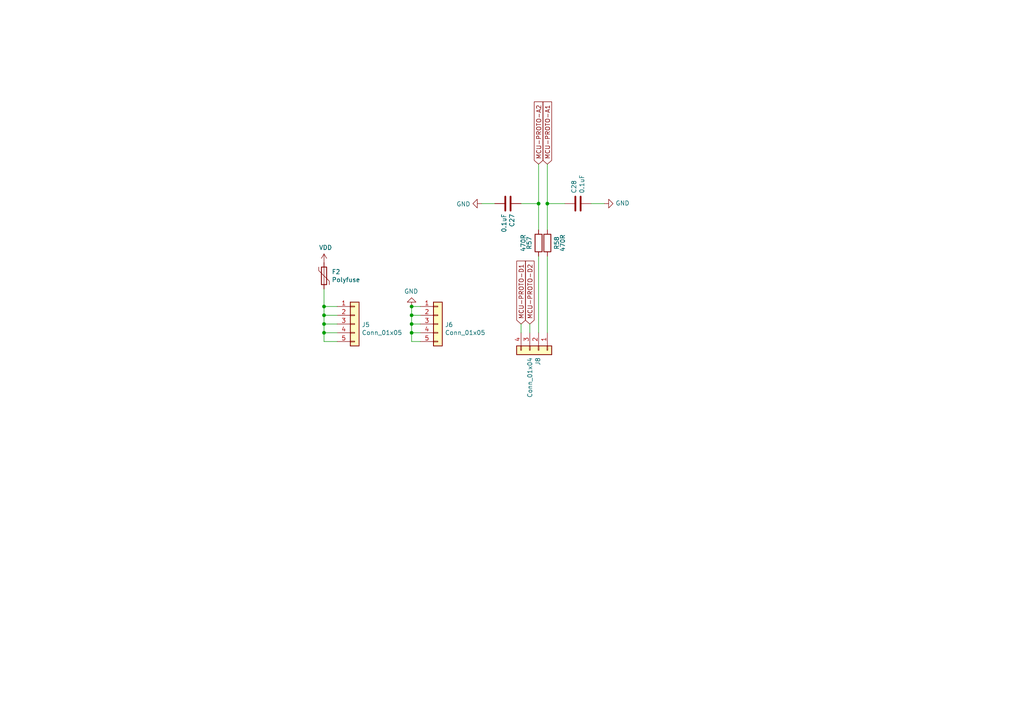
<source format=kicad_sch>
(kicad_sch (version 20211123) (generator eeschema)
  (paper "A4")
  (title_block (title "Speeduino board for Teensy 4.1") (date "2023-01-02") (rev "5") (company "Fontys Eindhoven EXPO group 13 || Speeduino") (comment 1 "Adapted from Speeduino V0.4.4c board"))
  (lib_symbols
    (symbol "Connector_Generic:Conn_01x04" (pin_names (offset 1.016) hide)
      (property "Reference" "J" (at 0 5.08 0))
      (property "Value" "Conn_01x04" (at 0 -7.62 0))
      (symbol "Conn_01x04_1_1"
        (rectangle (start -1.27 -4.953) (end 0 -5.207) (stroke (width 0.1524)))
        (rectangle (start -1.27 -2.413) (end 0 -2.667) (stroke (width 0.1524)))
        (rectangle (start -1.27 0.127) (end 0 -0.127) (stroke (width 0.1524)))
        (rectangle (start -1.27 2.667) (end 0 2.413) (stroke (width 0.1524)))
        (rectangle (start -1.27 3.81) (end 1.27 -6.35) (stroke (width 0.254)) (fill (type background)))
        (pin passive line (at -5.08 2.54 0) (length 3.81) (name "Pin_1") (number "1"))
        (pin passive line (at -5.08 0 0) (length 3.81) (name "Pin_2") (number "2"))
        (pin passive line (at -5.08 -2.54 0) (length 3.81) (name "Pin_3") (number "3"))
        (pin passive line (at -5.08 -5.08 0) (length 3.81) (name "Pin_4") (number "4"))
      )
    )
    (symbol "Connector_Generic:Conn_01x05" (pin_names (offset 1.016) hide)
      (property "Reference" "J" (at 0 7.62 0))
      (property "Value" "Conn_01x05" (at 0 -7.62 0))
      (symbol "Conn_01x05_1_1"
        (rectangle (start -1.27 -4.953) (end 0 -5.207) (stroke (width 0.1524)))
        (rectangle (start -1.27 -2.413) (end 0 -2.667) (stroke (width 0.1524)))
        (rectangle (start -1.27 0.127) (end 0 -0.127) (stroke (width 0.1524)))
        (rectangle (start -1.27 2.667) (end 0 2.413) (stroke (width 0.1524)))
        (rectangle (start -1.27 5.207) (end 0 4.953) (stroke (width 0.1524)))
        (rectangle (start -1.27 6.35) (end 1.27 -6.35) (stroke (width 0.254)) (fill (type background)))
        (pin passive line (at -5.08 5.08 0) (length 3.81) (name "Pin_1") (number "1"))
        (pin passive line (at -5.08 2.54 0) (length 3.81) (name "Pin_2") (number "2"))
        (pin passive line (at -5.08 0 0) (length 3.81) (name "Pin_3") (number "3"))
        (pin passive line (at -5.08 -2.54 0) (length 3.81) (name "Pin_4") (number "4"))
        (pin passive line (at -5.08 -5.08 0) (length 3.81) (name "Pin_5") (number "5"))
      )
    )
    (symbol "Device:C" (pin_numbers hide) (pin_names (offset 0.254))
      (property "Reference" "C" (at 0.635 2.54 0))
      (property "Value" "C" (at 0.635 -2.54 0))
      (symbol "C_0_1"
        (polyline (pts (xy -2.032 -0.762) (xy 2.032 -0.762)) (stroke (width 0.508)))
        (polyline (pts (xy -2.032 0.762) (xy 2.032 0.762)) (stroke (width 0.508)))
      )
      (symbol "C_1_1"
        (pin passive line (at 0 3.81 270) (length 2.794) (name "~") (number "1"))
        (pin passive line (at 0 -3.81 90) (length 2.794) (name "~") (number "2"))
      )
    )
    (symbol "Device:Polyfuse" (pin_numbers hide) (pin_names (offset 0))
      (property "Reference" "F" (at -2.54 0 90))
      (property "Value" "Polyfuse" (at 2.54 0 90))
      (symbol "Polyfuse_0_1"
        (rectangle (start -0.762 2.54) (end 0.762 -2.54) (stroke (width 0.254)))
        (polyline (pts (xy 0 2.54) (xy 0 -2.54)))
        (polyline (pts (xy -1.524 2.54) (xy -1.524 1.524) (xy 1.524 -1.524) (xy 1.524 -2.54)))
      )
      (symbol "Polyfuse_1_1"
        (pin passive line (at 0 3.81 270) (length 1.27) (name "~") (number "1"))
        (pin passive line (at 0 -3.81 90) (length 1.27) (name "~") (number "2"))
      )
    )
    (symbol "Device:R" (pin_numbers hide) (pin_names (offset 0))
      (property "Reference" "R" (at 2.032 0 90))
      (property "Value" "R" (at 0 0 90))
      (symbol "R_0_1"
        (rectangle (start -1.016 -2.54) (end 1.016 2.54) (stroke (width 0.254)))
      )
      (symbol "R_1_1"
        (pin passive line (at 0 3.81 270) (length 1.27) (name "~") (number "1"))
        (pin passive line (at 0 -3.81 90) (length 1.27) (name "~") (number "2"))
      )
    )
    (symbol "power:GND" (power) (pin_names (offset 0))
      (property "Value" "GND" (at 0 -3.81 0))
      (symbol "GND_0_1"
        (polyline (pts (xy 0 0) (xy 0 -1.27) (xy 1.27 -1.27) (xy 0 -2.54) (xy -1.27 -1.27) (xy 0 -1.27)))
      )
      (symbol "GND_1_1"
        (pin power_in line (at 0 0 270) (length 0) hide (name "GND") (number "1"))
      )
    )
    (symbol "power:VDD" (power) (pin_names (offset 0))
      (property "Value" "VDD" (at 0 3.81 0))
      (symbol "VDD_0_1"
        (polyline (pts (xy -0.762 1.27) (xy 0 2.54)))
        (polyline (pts (xy 0 0) (xy 0 2.54)))
        (polyline (pts (xy 0 2.54) (xy 0.762 1.27)))
      )
      (symbol "VDD_1_1"
        (pin power_in line (at 0 0 90) (length 0) hide (name "VDD") (number "1"))
      )
    )
  )
  (junction (at 119.38 93.98))
  (junction (at 156.21 59.055))
  (junction (at 119.38 88.9))
  (junction (at 93.98 96.52))
  (junction (at 93.98 91.44))
  (junction (at 93.98 88.9))
  (junction (at 119.38 96.52))
  (junction (at 119.38 91.44))
  (junction (at 93.98 93.98))
  (junction (at 158.75 59.055))
  (wire (pts (xy 93.98 96.52) (xy 93.98 93.98)))
  (wire (pts (xy 97.79 99.06) (xy 93.98 99.06)))
  (wire (pts (xy 171.45 59.055) (xy 175.26 59.055)))
  (wire (pts (xy 156.21 59.055) (xy 156.21 66.675)))
  (wire (pts (xy 119.38 91.44) (xy 121.92 91.44)))
  (wire (pts (xy 151.13 59.055) (xy 156.21 59.055)))
  (wire (pts (xy 93.98 83.82) (xy 93.98 88.9)))
  (wire (pts (xy 156.21 47.625) (xy 156.21 59.055)))
  (wire (pts (xy 151.13 93.98) (xy 151.13 96.52)))
  (wire (pts (xy 119.38 96.52) (xy 119.38 99.06)))
  (wire (pts (xy 97.79 91.44) (xy 93.98 91.44)))
  (wire (pts (xy 119.38 93.98) (xy 121.92 93.98)))
  (wire (pts (xy 156.21 74.295) (xy 156.21 96.52)))
  (wire (pts (xy 119.38 88.9) (xy 119.38 91.44)))
  (wire (pts (xy 158.75 59.055) (xy 158.75 66.675)))
  (wire (pts (xy 93.98 96.52) (xy 93.98 99.06)))
  (wire (pts (xy 119.38 96.52) (xy 121.92 96.52)))
  (wire (pts (xy 158.75 74.295) (xy 158.75 96.52)))
  (wire (pts (xy 97.79 96.52) (xy 93.98 96.52)))
  (wire (pts (xy 143.51 59.055) (xy 139.7 59.055)))
  (wire (pts (xy 119.38 99.06) (xy 121.92 99.06)))
  (wire (pts (xy 93.98 88.9) (xy 93.98 91.44)))
  (wire (pts (xy 97.79 88.9) (xy 93.98 88.9)))
  (wire (pts (xy 158.75 47.625) (xy 158.75 59.055)))
  (wire (pts (xy 163.83 59.055) (xy 158.75 59.055)))
  (wire (pts (xy 119.38 88.9) (xy 121.92 88.9)))
  (wire (pts (xy 119.38 91.44) (xy 119.38 93.98)))
  (wire (pts (xy 119.38 93.98) (xy 119.38 96.52)))
  (wire (pts (xy 153.67 93.98) (xy 153.67 96.52)))
  (wire (pts (xy 93.98 91.44) (xy 93.98 93.98)))
  (wire (pts (xy 93.98 93.98) (xy 97.79 93.98)))
  (global_label "MCU-PROTO-A1" (shape input) (at 158.75 47.625 90) (property "Intersheet References" "${INTERSHEET_REFS}" (effects hide)))
  (global_label "MCU-PROTO-D1" (shape input) (at 151.13 93.98 90) (property "Intersheet References" "${INTERSHEET_REFS}" (effects hide)))
  (global_label "MCU-PROTO-D2" (shape input) (at 153.67 93.98 90) (property "Intersheet References" "${INTERSHEET_REFS}" (effects hide)))
  (global_label "MCU-PROTO-A2" (shape input) (at 156.21 47.625 90) (property "Intersheet References" "${INTERSHEET_REFS}" (effects hide)))
  (symbol (lib_id "Connector_Generic:Conn_01x05") (at 102.87 93.98 0) (unit 1)
    (property "Reference" "J5" (at 104.902 94.1832 0) (effects (justify left)))
    (property "Value" "Conn_01x05" (at 104.902 96.4946 0) (effects (justify left)))
    (property "Footprint" "Connector_PinHeader_2.54mm:PinHeader_1x05_P2.54mm_Vertical" (effects hide))
  )
  (symbol (lib_id "Connector_Generic:Conn_01x05") (at 127 93.98 0) (unit 1)
    (property "Reference" "J6" (at 129.032 94.1832 0) (effects (justify left)))
    (property "Value" "Conn_01x05" (at 129.032 96.4946 0) (effects (justify left)))
    (property "Footprint" "Connector_PinHeader_2.54mm:PinHeader_1x05_P2.54mm_Vertical" (effects hide))
  )
  (symbol (lib_id "power:GND") (at 119.38 88.9 180) (unit 1)
    (property "Reference" "#PWR0193" (effects hide))
    (property "Value" "GND" (at 119.253 84.5058 0))
  )
  (symbol (lib_id "Connector_Generic:Conn_01x04") (at 156.21 101.6 270) (unit 1)
    (property "Reference" "J8" (at 156.0068 103.632 0) (effects (justify left)))
    (property "Value" "Conn_01x04" (at 153.6954 103.632 0) (effects (justify left)))
    (property "Footprint" "Connector_PinHeader_2.54mm:PinHeader_1x04_P2.54mm_Vertical" (effects hide))
  )
  (symbol (lib_id "Device:R") (at 158.75 70.485 0) (unit 1)
    (property "Reference" "R57" (at 153.4922 70.485 90))
    (property "Value" "470R" (at 163.195 70.485 90))
    (property "Footprint" "Resistor_SMD:R_0805_2012Metric" (effects hide))
    (property "Manufacturer_Name" "Walsin" (effects hide))
    (property "Manufacturer_Part_Number" "WF08P4700FTL" (effects hide))
    (property "URL" "https://nl.farnell.com/walsin/wf08p4700ftl/res-470r-1-0-25w-0805-thick-film/dp/2670094" (effects hide))
    (property "Digikey Part Number" "2670094" (effects hide))
  )
  (symbol (lib_id "Device:C") (at 167.64 59.055 90) (unit 1)
    (property "Reference" "C28" (at 166.4716 56.134 0) (effects (justify left)))
    (property "Value" "0.1uF" (at 168.783 56.134 0) (effects (justify left)))
    (property "Footprint" "Capacitor_SMD:C_0805_2012Metric" (effects hide))
    (property "Digikey Part Number" "3296136" (effects hide))
    (property "Manufacturer_Name" "Vishay" (effects hide))
    (property "Manufacturer_Part_Number" "VJ0805Y104KXAPW1BC" (effects hide))
    (property "URL" "https://nl.farnell.com/vishay/vj0805y104kxapw1bc/cap-0-1uf-50v-mlcc-0805/dp/3296136" (effects hide))
  )
  (symbol (lib_id "Device:R") (at 156.21 70.485 180) (unit 1)
    (property "Reference" "R58" (at 161.4678 70.485 90))
    (property "Value" "470R" (at 151.765 70.485 90))
    (property "Footprint" "Resistor_SMD:R_0805_2012Metric" (effects hide))
    (property "Manufacturer_Name" "Walsin" (effects hide))
    (property "Manufacturer_Part_Number" "WF08P4700FTL" (effects hide))
    (property "URL" "https://nl.farnell.com/walsin/wf08p4700ftl/res-470r-1-0-25w-0805-thick-film/dp/2670094" (effects hide))
    (property "Digikey Part Number" "2670094" (effects hide))
  )
  (symbol (lib_id "Device:C") (at 147.32 59.055 270) (unit 1)
    (property "Reference" "C27" (at 148.4884 61.976 0) (effects (justify left)))
    (property "Value" "0.1uF" (at 146.177 61.976 0) (effects (justify left)))
    (property "Footprint" "Capacitor_SMD:C_0805_2012Metric" (effects hide))
    (property "Digikey Part Number" "3296136" (effects hide))
    (property "Manufacturer_Name" "Vishay" (effects hide))
    (property "Manufacturer_Part_Number" "VJ0805Y104KXAPW1BC" (effects hide))
    (property "URL" "https://nl.farnell.com/vishay/vj0805y104kxapw1bc/cap-0-1uf-50v-mlcc-0805/dp/3296136" (effects hide))
  )
  (symbol (lib_id "power:GND") (at 139.7 59.055 270) (unit 1)
    (property "Reference" "#PWR0195" (effects hide))
    (property "Value" "GND" (at 136.4488 59.182 90) (effects (justify right)))
  )
  (symbol (lib_id "power:GND") (at 175.26 59.055 90) (unit 1)
    (property "Reference" "#PWR0194" (effects hide))
    (property "Value" "GND" (at 178.5112 58.928 90) (effects (justify right)))
  )
  (symbol (lib_id "Device:Polyfuse") (at 93.98 80.01 0) (unit 1)
    (property "Reference" "F2" (at 96.2152 78.8416 0) (effects (justify left)))
    (property "Value" "Polyfuse" (at 96.2152 81.153 0) (effects (justify left)))
    (property "Footprint" "Fuse:Fuse_1812_4532Metric" (effects hide))
    (property "Digikey Part Number" "3052512" (effects hide))
    (property "Manufacturer_Name" "Yageo" (effects hide))
    (property "Manufacturer_Part_Number" "SMD1812B050TF/30" (effects hide))
    (property "URL" "https://nl.farnell.com/yageo/smd1812b050tf-30/pptc-resettable-fuse-0-5a-30vdc/dp/3052512" (effects hide))
  )
  (symbol (lib_id "power:VDD") (at 93.98 76.2 0) (unit 1)
    (property "Reference" "#PWR0191" (effects hide))
    (property "Value" "VDD" (at 94.4118 71.8058 0))
  )
)
</source>
